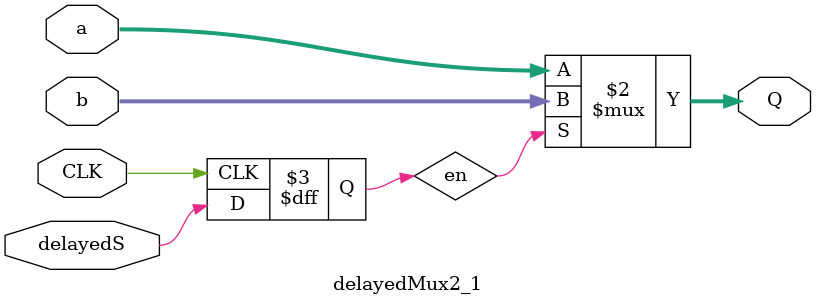
<source format=v>
`timescale 1ns / 1ps
`timescale 1ns / 1ps
//////////////////////////////////////////////////////////////////////////////////
// Company: 
// Engineer: 
// 
// Create Date:    23:07:22 11/06/2015 
// Design Name: 
// Module Name:    B 
// Project Name: 
// Target Devices: 
// Tool versions: 
// Description: 
//
// Dependencies: 
//
// Revision: 
// Revision 0.01 - File Created
// Additional Comments: 
//
//////////////////////////////////////////////////////////////////////////////////
module delayedMux2_1( a , b , delayedS , CLK , Q);
	input [15:0] a , b;
	input delayedS;
	input CLK;
	output [15:0] Q;

	reg en;
	always @(posedge CLK) begin
		en <= delayedS;
	end
	
	assign Q = en ? b : a ;

endmodule


</source>
